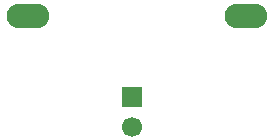
<source format=gbr>
%TF.GenerationSoftware,KiCad,Pcbnew,9.0.1*%
%TF.CreationDate,2025-10-15T21:57:33+02:00*%
%TF.ProjectId,Air_pump_controler,4169725f-7075-46d7-905f-636f6e74726f,0.1*%
%TF.SameCoordinates,Original*%
%TF.FileFunction,Soldermask,Bot*%
%TF.FilePolarity,Negative*%
%FSLAX46Y46*%
G04 Gerber Fmt 4.6, Leading zero omitted, Abs format (unit mm)*
G04 Created by KiCad (PCBNEW 9.0.1) date 2025-10-15 21:57:33*
%MOMM*%
%LPD*%
G01*
G04 APERTURE LIST*
%ADD10O,3.600000X2.100000*%
%ADD11C,1.700000*%
%ADD12R,1.700000X1.700000*%
G04 APERTURE END LIST*
D10*
%TO.C,J4*%
X166650000Y-89300000D03*
X148150000Y-89300000D03*
%TD*%
D11*
%TO.C,J2*%
X156950001Y-98690000D03*
D12*
X156950000Y-96150000D03*
%TD*%
M02*

</source>
